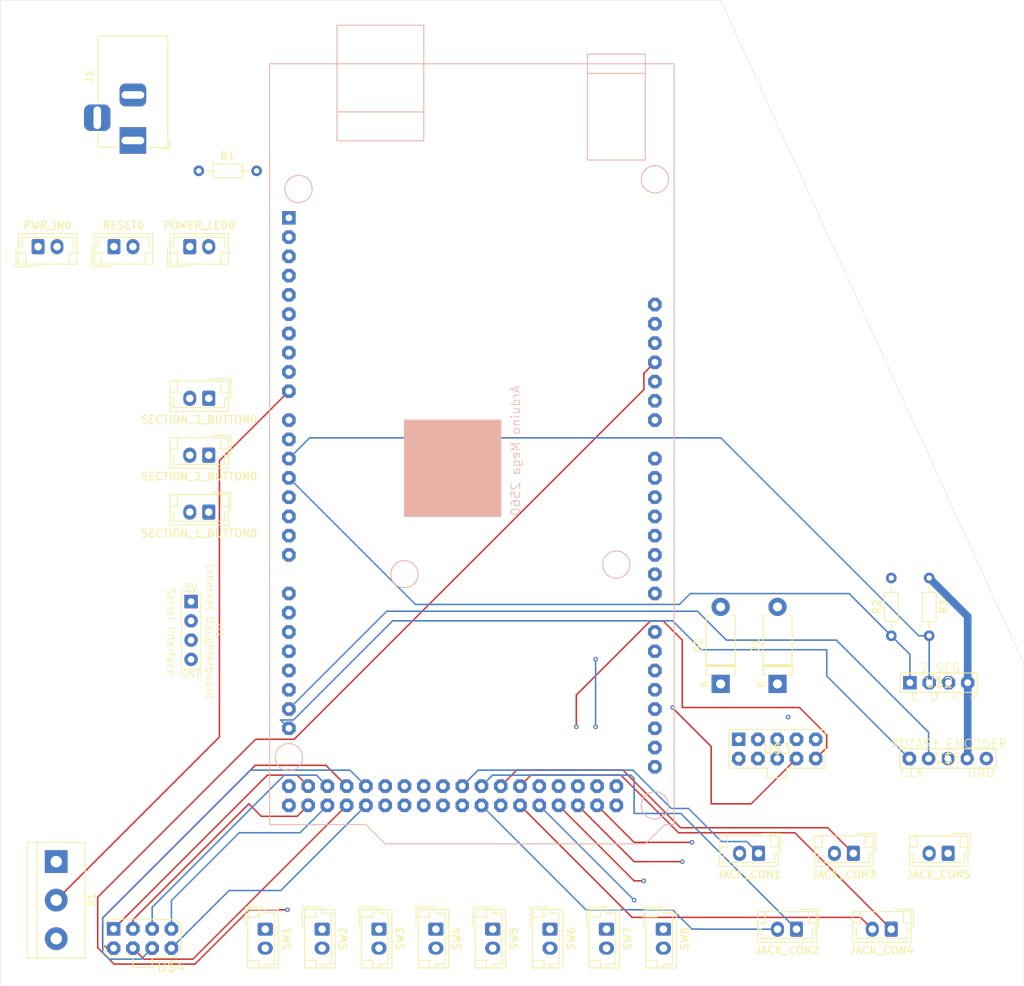
<source format=kicad_pcb>
(kicad_pcb (version 20240108) (generator "pcbnew") (generator_version "8.0")
  (layers (0 "F.Cu" signal) (1 "In1.Cu" signal) (2 "In2.Cu" signal) (31 "B.Cu" signal) (34 "B.Paste" user) (35 "F.Paste" user) (36 "B.SilkS" user "B.Silkscreen") (37 "F.SilkS" user "F.Silkscreen") (38 "B.Mask" user) (39 "F.Mask" user) (44 "Edge.Cuts" user))
  (net 0 "")
  (net 1 "/5V")
  (net 2 "Net-(D1-K)")
  (net 3 "Net-(D2-K)")
  (net 4 "/3V3")
  (net 5 "/RAW_IN")
  (net 7 "GND")
  (net 8 "Net-(JACK_CON1A-S)")
  (net 9 "Net-(JACK_CON1B-S)")
  (net 10 "Net-(JACK_CON2B-S)")
  (net 11 "Net-(JACK_CON2A-S)")
  (net 12 "Net-(JACK_CON3A-S)")
  (net 13 "Net-(JACK_CON3B-S)")
  (net 14 "Net-(JACK_CON4A-S)")
  (net 15 "Net-(JACK_CON4B-S)")
  (net 16 "Net-(JACK_CON5B-S)")
  (net 17 "Net-(JACK_CON5A-S)")
  (net 18 "Net-(POWER_LED0B-S)")
  (net 19 "Net-(R2-Pad1)")
  (net 20 "Net-(R3-Pad2)")
  (net 21 "/RESET")
  (net 22 "Net-(SECTION_1_BUTTON0A-KL)")
  (net 23 "Net-(SECTION_2_BUTTON0A-KL)")
  (net 24 "Net-(SECTION_3_BUTTON0A-KL)")
  (net 25 "Net-(SW1A-S)")
  (net 26 "Net-(SW2A-S)")
  (net 27 "Net-(SW3A-S)")
  (net 28 "Net-(SW4A-S)")
  (net 29 "Net-(SW5A-S)")
  (net 30 "Net-(SW6A-S)")
  (net 31 "Net-(SW7A-S)")
  (net 32 "Net-(SW8A-S)")
  (net 38 "Net-(U1-TXD)")
  (net 39 "/SCK")
  (net 41 "/MOSI")
  (net 45 "/D48")
  (net 48 "/D21")
  (net 49 "Net-(U$1-5V-Pad5V@1)")
  (net 50 "/D53")
  (net 51 "Net-(U$1-PadD25)")
  (net 52 "/D29")
  (net 53 "/MISO")
  (net 55 "Net-(U$1-PadD20)")
  (net 56 "Net-(U$1-PadD28)")
  (net 61 "Net-(U1-RXD)")
  (net 62 "/D2")
  (net 64 "Net-(U$1-PadD26)")
  (net 65 "Net-(U$1-PadD24)")
  (net 67 "Net-(U$1-PadD49)")
  (net 68 "Net-(U$1-PadD22)")
  (net 69 "Net-(U$1-PadD23)")
  (net 70 "Net-(X1B-KL)")
  (net 84 "Net-(U$1-PadD27)")
  (footprint "main:7_SEG_DISPLAY" (layer "F.Cu") (at 188.77 125)
    (property "Reference" "U$2")
    (property "Value" "7_SEG_DISPLAY")
  )
  (footprint "Connector_BarrelJack:BarrelJack_Horizontal" (layer "F.Cu") (at 82.5 53.5 -90)
    (property "Reference" "J1")
    (property "Value" "DCJ0303")
  )
  (footprint "Connector_JST:JST_EH_B2B-EH-A_1x02_P2.50mm_Vertical" (layer "F.Cu") (at 137.5 157.5 -90)
    (property "Reference" "SW6")
    (property "Value" "L02P")
  )
  (footprint "Connector_JST:JST_EH_B2B-EH-A_1x02_P2.50mm_Vertical" (layer "F.Cu") (at 122.45 157.5 -90)
    (property "Reference" "SW4")
    (property "Value" "L02P")
  )
  (footprint "Connector_JST:JST_EH_B2B-EH-A_1x02_P2.50mm_Vertical" (layer "F.Cu") (at 99.95 157.5 -90)
    (property "Reference" "SW1")
    (property "Value" "L02P")
  )
  (footprint "Resistor_THT:R_Axial_DIN0204_L3.6mm_D1.6mm_P7.62mm_Horizontal" (layer "F.Cu") (at 182.5 118.81 90)
    (property "Reference" "R2")
    (property "Value" "FLIPFLOP-RES")
  )
  (footprint "Connector_JST:JST_EH_B2B-EH-A_1x02_P2.50mm_Vertical" (layer "F.Cu") (at 90 67.5)
    (property "Reference" "POWER_LED0")
    (property "Value" "L02P")
  )
  (footprint "Connector_JST:JST_EH_B2B-EH-A_1x02_P2.50mm_Vertical" (layer "F.Cu") (at 177.5 147.5 180)
    (property "Reference" "JACK_CON3")
    (property "Value" "L02P")
  )
  (footprint "Connector_JST:JST_EH_B2B-EH-A_1x02_P2.50mm_Vertical" (layer "F.Cu") (at 165 147.5 180)
    (property "Reference" "JACK_CON1")
    (property "Value" "L02P")
  )
  (footprint "Subsystem Main Extra Symbols:Ethernet Daughterboard Breakout" (layer "F.Cu") (at 83.82 118.11 -90)
    (property "Reference" "U1")
    (property "Value" "~")
  )
  (footprint "main:SPI_HEADER_RIBBON_CONNECTOR" (layer "F.Cu") (at 167.46 133.73)
    (property "Reference" "U$3")
    (property "Value" "SPI_HEADERSPI_HEADER_RIBBON_CONNECTOR")
  )
  (footprint "Connector_JST:JST_EH_B2B-EH-A_1x02_P2.50mm_Vertical" (layer "F.Cu") (at 92.5 95 180)
    (property "Reference" "SECTION_2_BUTTON0")
    (property "Value" "W237-102")
  )
  (footprint "Connector_JST:JST_EH_B2B-EH-A_1x02_P2.50mm_Vertical" (layer "F.Cu") (at 129.95 157.5 -90)
    (property "Reference" "SW5")
    (property "Value" "L02P")
  )
  (footprint "Connector_JST:JST_EH_B2B-EH-A_1x02_P2.50mm_Vertical" (layer "F.Cu") (at 80 67.5)
    (property "Reference" "RESET0")
    (property "Value" "L02P")
  )
  (footprint "Connector_JST:JST_EH_B2B-EH-A_1x02_P2.50mm_Vertical" (layer "F.Cu") (at 70 67.5)
    (property "Reference" "PWR_IN0")
    (property "Value" "L02P")
  )
  (footprint "Diode_THT:D_DO-15_P10.16mm_Horizontal" (layer "F.Cu") (at 160 125.16 90)
    (property "Reference" "D2")
    (property "Value" "D")
  )
  (footprint "Connector_JST:JST_EH_B2B-EH-A_1x02_P2.50mm_Vertical" (layer "F.Cu") (at 114.95 157.5 -90)
    (property "Reference" "SW3")
    (property "Value" "L02P")
  )
  (footprint "Connector_JST:JST_EH_B2B-EH-A_1x02_P2.50mm_Vertical" (layer "F.Cu") (at 190 147.5 180)
    (property "Reference" "JACK_CON5")
    (property "Value" "L02P")
  )
  (footprint "Connector_JST:JST_EH_B2B-EH-A_1x02_P2.50mm_Vertical" (layer "F.Cu") (at 107.45 157.5 -90)
    (property "Reference" "SW2")
    (property "Value" "L02P")
  )
  (footprint "Resistor_THT:R_Axial_DIN0204_L3.6mm_D1.6mm_P7.62mm_Horizontal" (layer "F.Cu") (at 91.19 57.5)
    (property "Reference" "R1")
    (property "Value" "FLIPFLOP-RES")
  )
  (footprint "Connector_JST:JST_EH_B2B-EH-A_1x02_P2.50mm_Vertical" (layer "F.Cu") (at 152.45 157.5 -90)
    (property "Reference" "SW8")
    (property "Value" "L02P")
  )
  (footprint "main:BUTTON_GRID_HEADER_RIBBON_CONNECTOR" (layer "F.Cu") (at 83.77 158.73)
    (property "Reference" "U$4")
    (property "Value" "BUTTON_GRID_HEADER")
  )
  (footprint "Connector_JST:JST_EH_B2B-EH-A_1x02_P2.50mm_Vertical" (layer "F.Cu") (at 144.95 157.5 -90)
    (property "Reference" "SW7")
    (property "Value" "L02P")
  )
  (footprint "TerminalBlock:TerminalBlock_bornier-3_P5.08mm" (layer "F.Cu") (at 72.39 148.59 -90)
    (property "Reference" "X1")
    (property "Value" "W237-103")
  )
  (footprint "main:ARDUINO_MEGA_MIRROR" (layer "F.Cu") (at 128.4685 95.45)
    (property "Reference" "U$1")
    (property "Value" "ARDUINO_MEGAMIRROR")
  )
  (footprint "Connector_JST:JST_EH_B2B-EH-A_1x02_P2.50mm_Vertical" (layer "F.Cu") (at 170 157.5 180)
    (property "Reference" "JACK_CON2")
    (property "Value" "L02P")
  )
  (footprint "Connector_JST:JST_EH_B2B-EH-A_1x02_P2.50mm_Vertical" (layer "F.Cu") (at 92.5 102.5 180)
    (property "Reference" "SECTION_1_BUTTON0")
    (property "Value" "W237-102")
  )
  (footprint "Connector_JST:JST_EH_B2B-EH-A_1x02_P2.50mm_Vertical" (layer "F.Cu") (at 182.5 157.5 180)
    (property "Reference" "JACK_CON4")
    (property "Value" "L02P")
  )
  (footprint "Resistor_THT:R_Axial_DIN0204_L3.6mm_D1.6mm_P7.62mm_Horizontal" (layer "F.Cu") (at 187.5 111.19 -90)
    (property "Reference" "R3")
    (property "Value" "FLIPFLOP-RES")
  )
  (footprint "main:ROTARY_ENCODER" (layer "F.Cu") (at 189.96 135)
    (property "Reference" "U$5")
    (property "Value" "ROTARY_ENCODER")
  )
  (footprint "Connector_JST:JST_EH_B2B-EH-A_1x02_P2.50mm_Vertical" (layer "F.Cu") (at 92.5 87.5 180)
    (property "Reference" "SECTION_3_BUTTON0")
    (property "Value" "W237-102")
  )
  (footprint "Diode_THT:D_DO-15_P10.16mm_Horizontal" (layer "F.Cu") (at 167.5 125.16 90)
    (property "Reference" "D1")
    (property "Value" "D")
  )
  (gr_line (start 160 35) (end 65 35) (stroke (width 0.05)) (layer "Edge.Cuts"))
  (gr_line (start 65 165) (end 65 35) (stroke (width 0.05)) (layer "Edge.Cuts"))
  (gr_line (start 200 165) (end 65 165) (stroke (width 0.05)) (layer "Edge.Cuts"))
  (gr_line (start 160 35) (end 200 122.5) (stroke (width 0.05)) (layer "Edge.Cuts"))
  (gr_line (start 200 165) (end 200 122.5) (stroke (width 0.05)) (layer "Edge.Cuts"))
  (segment (start 187.5 111.19) (end 192.58 116.27) (width 1.016) (layer "B.Cu") (net 1))
  (segment (start 192.58 116.27) (end 192.58 125) (width 1.016) (layer "B.Cu") (net 1))
  (segment (start 192.58 134.92) (end 192.5 135) (width 0.635) (layer "B.Cu") (net 1))
  (segment (start 192.58 125) (end 192.58 134.92) (width 1.016) (layer "B.Cu") (net 1))
  (segment (start 148.430341 136.5266) (end 128.0319 136.5266) (width 0.2) (layer "B.Cu") (net 8))
  (segment (start 165 147.5) (end 163.4428 145.9428) (width 0.2) (layer "B.Cu") (net 8))
  (segment (start 155.7672 141.5828) (end 153.486541 141.5828) (width 0.2) (layer "B.Cu") (net 8))
  (segment (start 128.0319 136.5266) (end 125.9285 138.63) (width 0.2) (layer "B.Cu") (net 8))
  (segment (start 153.486541 141.5828) (end 148.430341 136.5266) (width 0.2) (layer "B.Cu") (net 8))
  (segment (start 160.1272 145.9428) (end 155.7672 141.5828) (width 0.2) (layer "B.Cu") (net 8))
  (segment (start 163.4428 145.9428) (end 160.1272 145.9428) (width 0.2) (layer "B.Cu") (net 8))
  (segment (start 125.9285 141.17) (end 125.73 140.9715) (width 0.2) (layer "B.Cu") (net 9))
  (segment (start 125.73 140.97) (end 125.73 140.9715) (width 0.2) (layer "B.Cu") (net 9))
  (segment (start 129.9162 142.6162) (end 142.24 154.94) (width 0.2) (layer "B.Cu") (net 10))
  (segment (start 156.21 157.48) (end 157.48 157.48) (width 0.2) (layer "B.Cu") (net 10))
  (segment (start 142.24 154.94) (end 153.67 154.94) (width 0.2) (layer "B.Cu") (net 10))
  (segment (start 129.9147 142.6162) (end 129.9162 142.6162) (width 0.2) (layer "B.Cu") (net 10))
  (segment (start 128.4685 141.17) (end 129.9147 142.6162) (width 0.2) (layer "B.Cu") (net 10))
  (segment (start 153.67 154.94) (end 156.21 157.48) (width 0.2) (layer "B.Cu") (net 10))
  (segment (start 157.48 157.48) (end 157.5 157.5) (width 0.2) (layer "B.Cu") (net 10))
  (segment (start 157.5 157.5) (end 167.5 157.5) (width 0.2) (layer "B.Cu") (net 10))
  (segment (start 148.59 142.24) (end 148.59 137.615681) (width 0.2) (layer "B.Cu") (net 11))
  (segment (start 148.158119 137.1838) (end 129.9147 137.1838) (width 0.2) (layer "B.Cu") (net 11))
  (segment (start 129.9147 137.1838) (end 128.4685 138.63) (width 0.2) (layer "B.Cu") (net 11))
  (segment (start 170 157.5) (end 154.74 142.24) (width 0.2) (layer "B.Cu") (net 11))
  (segment (start 148.59 137.615681) (end 148.158119 137.1838) (width 0.2) (layer "B.Cu") (net 11))
  (segment (start 154.74 142.24) (end 148.59 142.24) (width 0.2) (layer "B.Cu") (net 11))
  (segment (start 154.715958 144.1228) (end 147.095958 136.5028) (width 0.2) (layer "F.Cu") (net 12))
  (segment (start 133.1357 136.5028) (end 131.0085 138.63) (width 0.2) (layer "F.Cu") (net 12))
  (segment (start 174.1228 144.1228) (end 154.715958 144.1228) (width 0.2) (layer "F.Cu") (net 12))
  (segment (start 177.5 147.5) (end 174.1228 144.1228) (width 0.2) (layer "F.Cu") (net 12))
  (segment (start 147.095958 136.5028) (end 133.1357 136.5028) (width 0.2) (layer "F.Cu") (net 12))
  (segment (start 131.0085 141.17) (end 131.0085 141.1685) (width 0.2) (layer "F.Cu") (net 13))
  (segment (start 131.0085 141.1685) (end 130.81 140.97) (width 0.2) (layer "F.Cu") (net 13))
  (segment (start 146.823736 137.16) (end 135.0185 137.16) (width 0.2) (layer "F.Cu") (net 14))
  (segment (start 169.78 144.78) (end 154.443736 144.78) (width 0.2) (layer "F.Cu") (net 14))
  (segment (start 182.5 157.5) (end 169.78 144.78) (width 0.2) (layer "F.Cu") (net 14))
  (segment (start 135.0185 137.16) (end 133.5485 138.63) (width 0.2) (layer "F.Cu") (net 14))
  (segment (start 154.443736 144.78) (end 146.823736 137.16) (width 0.2) (layer "F.Cu") (net 14))
  (segment (start 133.5485 141.17) (end 148.3213 155.9428) (width 0.2) (layer "F.Cu") (net 15))
  (segment (start 178.4428 155.9428) (end 180 157.5) (width 0.2) (layer "F.Cu") (net 15))
  (segment (start 148.3213 155.9428) (end 178.4428 155.9428) (width 0.2) (layer "F.Cu") (net 15))
  (segment (start 187.5 147.5) (end 187.78 147.5) (width 0.2) (layer "F.Cu") (net 16))
  (segment (start 187.78 147.5) (end 187.96 147.32) (width 0.2) (layer "F.Cu") (net 16))
  (via (at 148.59 153.67) (size 0.6) (drill 0.3) (layers "F.Cu" "B.Cu") (net 16))
  (segment (start 148.59 153.67) (end 148.5885 153.67) (width 0.2) (layer "B.Cu") (net 16))
  (segment (start 148.5885 153.67) (end 136.0885 141.17) (width 0.2) (layer "B.Cu") (net 16))
  (segment (start 190 147.5) (end 190.32 147.5) (width 0.2) (layer "B.Cu") (net 17))
  (segment (start 190.32 147.5) (end 190.5 147.32) (width 0.2) (layer "B.Cu") (net 17))
  (segment (start 119.7547 114.6762) (end 154.5638 114.6762) (width 0.2) (layer "B.Cu") (net 19))
  (segment (start 176.9328 113.2428) (end 182.5 118.81) (width 0.2) (layer "B.Cu") (net 19))
  (segment (start 184.96 121.27) (end 184.96 125) (width 0.2) (layer "B.Cu") (net 19))
  (segment (start 103.0685 97.99) (end 119.7547 114.6762) (width 0.2) (layer "B.Cu") (net 19))
  (segment (start 154.5638 114.6762) (end 155.9972 113.2428) (width 0.2) (layer "B.Cu") (net 19))
  (segment (start 155.9972 113.2428) (end 176.9328 113.2428) (width 0.2) (layer "B.Cu") (net 19))
  (segment (start 182.5 118.81) (end 184.96 121.27) (width 0.2) (layer "B.Cu") (net 19))
  (segment (start 187.5 118.81) (end 187.5 125) (width 0.2) (layer "B.Cu") (net 20))
  (segment (start 160.02 92.71) (end 186.12 118.81) (width 0.2) (layer "B.Cu") (net 20))
  (segment (start 186.12 118.81) (end 187.5 118.81) (width 0.2) (layer "B.Cu") (net 20))
  (segment (start 105.8085 92.71) (end 160.02 92.71) (width 0.2) (layer "B.Cu") (net 20))
  (segment (start 103.0685 95.45) (end 105.8085 92.71) (width 0.2) (layer "B.Cu") (net 20))
  (segment (start 137.5 157.5) (end 137.45 157.5) (width 0.2) (layer "F.Cu") (net 30))
  (via (at 143.51 121.92) (size 0.6) (drill 0.3) (layers "F.Cu" "B.Cu") (net 39))
  (via (at 168.91 129.54) (size 0.6) (drill 0.3) (layers "F.Cu" "B.Cu") (net 39))
  (via (at 143.51 130.81) (size 0.6) (drill 0.3) (layers "F.Cu" "B.Cu") (net 39))
  (segment (start 143.51 130.81) (end 143.51 121.92) (width 0.2) (layer "B.Cu") (net 39))
  (segment (start 141.1685 141.17) (end 148.5885 148.59) (width 0.2) (layer "F.Cu") (net 41))
  (segment (start 148.5885 148.59) (end 149.86 148.59) (width 0.2) (layer "F.Cu") (net 41))
  (segment (start 149.86 148.59) (end 154.94 148.59) (width 0.2) (layer "F.Cu") (net 41))
  (via (at 154.94 148.59) (size 0.6) (drill 0.3) (layers "F.Cu" "B.Cu") (net 41))
  (segment (start 153.67 128.27) (end 153.67 128.335236) (width 0.2) (layer "F.Cu") (net 45))
  (segment (start 153.67 128.335236) (end 158.75 133.415236) (width 0.2) (layer "F.Cu") (net 45))
  (segment (start 158.75 140.97) (end 164.03 140.97) (width 0.2) (layer "F.Cu") (net 45))
  (segment (start 158.75 133.415236) (end 158.75 140.97) (width 0.2) (layer "F.Cu") (net 45))
  (segment (start 164.03 140.97) (end 170 135) (width 0.2) (layer "F.Cu") (net 45))
  (via (at 153.67 128.27) (size 0.6) (drill 0.3) (layers "F.Cu" "B.Cu") (net 45))
  (segment (start 103.667536 129.9162) (end 116.743736 116.84) (width 0.2) (layer "B.Cu") (net 48))
  (segment (start 103.0685 131.01) (end 101.9747 129.9162) (width 0.2) (layer "B.Cu") (net 48))
  (segment (start 157.48 120.65) (end 173.99 120.65) (width 0.2) (layer "B.Cu") (net 48))
  (segment (start 173.99 120.65) (end 173.99 124.11) (width 0.2) (layer "B.Cu") (net 48))
  (segment (start 173.99 124.11) (end 184.88 135) (width 0.2) (layer "B.Cu") (net 48))
  (segment (start 116.743736 116.84) (end 153.67 116.84) (width 0.2) (layer "B.Cu") (net 48))
  (segment (start 153.67 116.84) (end 157.48 120.65) (width 0.2) (layer "B.Cu") (net 48))
  (segment (start 101.9747 129.9162) (end 103.667536 129.9162) (width 0.2) (layer "B.Cu") (net 48))
  (segment (start 149.8823 86.3377) (end 149.8823 84.1962) (width 0.2) (layer "F.Cu") (net 49))
  (segment (start 98.6838 132.4562) (end 103.7638 132.4562) (width 0.2) (layer "F.Cu") (net 49))
  (segment (start 90.684522 162.1034) (end 80.018164 162.1034) (width 0.2) (layer "F.Cu") (net 49))
  (segment (start 149.8823 84.1962) (end 151.3285 82.75) (width 0.2) (layer "F.Cu") (net 49))
  (segment (start 80.018164 162.1034) (end 77.8566 159.941836) (width 0.2) (layer "F.Cu") (net 49))
  (segment (start 102.87 154.94) (end 97.847922 154.94) (width 0.2) (layer "F.Cu") (net 49))
  (segment (start 103.7638 132.4562) (end 149.8823 86.3377) (width 0.2) (layer "F.Cu") (net 49))
  (segment (start 77.8566 153.2834) (end 98.6838 132.4562) (width 0.2) (layer "F.Cu") (net 49))
  (segment (start 77.8566 159.941836) (end 77.8566 153.2834) (width 0.2) (layer "F.Cu") (net 49))
  (segment (start 97.847922 154.94) (end 90.684522 162.1034) (width 0.2) (layer "F.Cu") (net 49))
  (via (at 102.87 154.94) (size 0.6) (drill 0.3) (layers "F.Cu" "B.Cu") (net 49))
  (segment (start 149.86 146.05) (end 156.21 146.05) (width 0.2) (layer "F.Cu") (net 50))
  (segment (start 143.7085 141.17) (end 148.5885 146.05) (width 0.2) (layer "F.Cu") (net 50))
  (segment (start 148.5885 146.05) (end 149.86 146.05) (width 0.2) (layer "F.Cu") (net 50))
  (via (at 156.21 146.05) (size 0.6) (drill 0.3) (layers "F.Cu" "B.Cu") (net 50))
  (segment (start 87.58 157.46) (end 87.58 153.72) (width 0.2) (layer "B.Cu") (net 51))
  (segment (start 87.58 153.72) (end 96.52 144.78) (width 0.2) (layer "B.Cu") (net 51))
  (segment (start 104.5385 144.78) (end 108.1485 141.17) (width 0.2) (layer "B.Cu") (net 51))
  (segment (start 96.52 144.78) (end 104.5385 144.78) (width 0.2) (layer "B.Cu") (net 51))
  (segment (start 95.18 152.4) (end 101.9985 152.4) (width 0.2) (layer "B.Cu") (net 52))
  (segment (start 101.9985 152.4) (end 113.2285 141.17) (width 0.2) (layer "B.Cu") (net 52))
  (segment (start 87.58 160) (end 95.18 152.4) (width 0.2) (layer "B.Cu") (net 52))
  (segment (start 140.97 126.623264) (end 150.729464 116.8638) (width 0.2) (layer "F.Cu") (net 53))
  (segment (start 170.395236 128.27) (end 173.9862 131.860964) (width 0.2) (layer "F.Cu") (net 53))
  (segment (start 140.97 130.81) (end 140.97 126.623264) (width 0.2) (layer "F.Cu") (net 53))
  (segment (start 154.94 128.27) (end 170.395236 128.27) (width 0.2) (layer "F.Cu") (net 53))
  (segment (start 152.4238 116.8638) (end 154.94 119.38) (width 0.2) (layer "F.Cu") (net 53))
  (segment (start 173.9862 133.5538) (end 172.54 135) (width 0.2) (layer "F.Cu") (net 53))
  (segment (start 150.729464 116.8638) (end 152.4238 116.8638) (width 0.2) (layer "F.Cu") (net 53))
  (segment (start 154.94 119.38) (end 154.94 128.27) (width 0.2) (layer "F.Cu") (net 53))
  (segment (start 173.9862 131.860964) (end 173.9862 133.5538) (width 0.2) (layer "F.Cu") (net 53))
  (via (at 140.97 130.81) (size 0.6) (drill 0.3) (layers "F.Cu" "B.Cu") (net 53))
  (segment (start 103.0685 128.47) (end 115.9685 115.57) (width 0.2) (layer "B.Cu") (net 55))
  (segment (start 175.26 119.38) (end 187.42 131.54) (width 0.2) (layer "B.Cu") (net 55))
  (segment (start 115.9685 115.57) (end 156.944943 115.57) (width 0.2) (layer "B.Cu") (net 55))
  (segment (start 156.944943 115.57) (end 160.754943 119.38) (width 0.2) (layer "B.Cu") (net 55))
  (segment (start 187.42 131.54) (end 187.42 135) (width 0.2) (layer "B.Cu") (net 55))
  (segment (start 160.754943 119.38) (end 175.26 119.38) (width 0.2) (layer "B.Cu") (net 55))
  (segment (start 98.001 136.5266) (end 111.1251 136.5266) (width 0.2) (layer "B.Cu") (net 56))
  (segment (start 111.1251 136.5266) (end 113.2285 138.63) (width 0.2) (layer "B.Cu") (net 56))
  (segment (start 83.5938 161.4462) (end 79.360964 161.4462) (width 0.2) (layer "B.Cu") (net 56))
  (segment (start 78.5138 156.0138) (end 98.001 136.5266) (width 0.2) (layer "B.Cu") (net 56))
  (segment (start 78.5138 160.599036) (end 78.5138 156.0138) (width 0.2) (layer "B.Cu") (net 56))
  (segment (start 79.360964 161.4462) (end 78.5138 160.599036) (width 0.2) (layer "B.Cu") (net 56))
  (segment (start 85.04 160) (end 83.5938 161.4462) (width 0.2) (layer "B.Cu") (net 56))
  (segment (start 162.56 135.18) (end 162.38 135) (width 0.2) (layer "F.Cu") (net 62))
  (segment (start 162.56 135.18) (end 162.56 135.89) (width 0.2) (layer "F.Cu") (net 62))
  (segment (start 107.9485 135.89) (end 110.6885 138.63) (width 0.2) (layer "F.Cu") (net 64))
  (segment (start 78.5138 159.4428) (end 78.5138 156.0138) (width 0.2) (layer "F.Cu") (net 64))
  (segment (start 78.5138 156.0138) (end 98.6376 135.89) (width 0.2) (layer "F.Cu") (net 64))
  (segment (start 79.071 160) (end 78.5138 159.4428) (width 0.2) (layer "F.Cu") (net 64))
  (segment (start 98.6376 135.89) (end 107.9485 135.89) (width 0.2) (layer "F.Cu") (net 64))
  (segment (start 79.96 160) (end 79.071 160) (width 0.2) (layer "F.Cu") (net 64))
  (segment (start 79.99 160) (end 80.01 160.02) (width 0.2) (layer "B.Cu") (net 64))
  (segment (start 79.99 160) (end 79.96 160) (width 0.2) (layer "B.Cu") (net 64))
  (segment (start 85.07 157.46) (end 85.09 157.48) (width 0.2) (layer "F.Cu") (net 65))
  (segment (start 85.07 157.46) (end 85.04 157.46) (width 0.2) (layer "F.Cu") (net 65))
  (segment (start 85.04 157.46) (end 85.04 154.613264) (width 0.2) (layer "B.Cu") (net 65))
  (segment (start 106.7023 137.1838) (end 108.1485 138.63) (width 0.2) (layer "B.Cu") (net 65))
  (segment (start 85.04 154.613264) (end 102.469464 137.1838) (width 0.2) (layer "B.Cu") (net 65))
  (segment (start 102.469464 137.1838) (end 106.7023 137.1838) (width 0.2) (layer "B.Cu") (net 65))
  (segment (start 148.5885 151.13) (end 149.86 151.13) (width 0.2) (layer "F.Cu") (net 67))
  (segment (start 138.6285 141.17) (end 148.5885 151.13) (width 0.2) (layer "F.Cu") (net 67))
  (via (at 149.86 151.13) (size 0.6) (drill 0.3) (layers "F.Cu" "B.Cu") (net 67))
  (segment (start 79.96 157.46) (end 79.99 157.46) (width 0.2) (layer "F.Cu") (net 68))
  (segment (start 104.1623 137.1838) (end 105.6085 138.63) (width 0.2) (layer "F.Cu") (net 68))
  (segment (start 79.99 157.46) (end 80.01 157.48) (width 0.2) (layer "F.Cu") (net 68))
  (segment (start 100.2362 137.1838) (end 104.1623 137.1838) (width 0.2) (layer "F.Cu") (net 68))
  (segment (start 79.96 157.46) (end 100.2362 137.1838) (width 0.2) (layer "F.Cu") (net 68))
  (segment (start 99.4362 142.6162) (end 104.1623 142.6162) (width 0.2) (layer "F.Cu") (net 69))
  (segment (start 104.1623 142.6162) (end 105.6085 141.17) (width 0.2) (layer "F.Cu") (net 69))
  (segment (start 82.5 157.46) (end 82.5 156.26) (width 0.2) (layer "F.Cu") (net 69))
  (segment (start 97.79 140.97) (end 99.4362 142.6162) (width 0.2) (layer "F.Cu") (net 69))
  (segment (start 82.5 156.26) (end 97.79 140.97) (width 0.2) (layer "F.Cu") (net 69))
  (segment (start 93.9072 132.1528) (end 72.39 153.67) (width 0.2) (layer "F.Cu") (net 70))
  (segment (start 103.0685 86.56) (end 93.9072 95.7213) (width 0.2) (layer "F.Cu") (net 70))
  (segment (start 93.9072 95.7213) (end 93.9072 132.1528) (width 0.2) (layer "F.Cu") (net 70))
  (segment (start 83.9462 161.4462) (end 90.4123 161.4462) (width 0.2) (layer "F.Cu") (net 84))
  (segment (start 82.5 160) (end 83.9462 161.4462) (width 0.2) (layer "F.Cu") (net 84))
  (segment (start 90.4123 161.4462) (end 110.6885 141.17) (width 0.2) (layer "F.Cu") (net 84))
)
</source>
